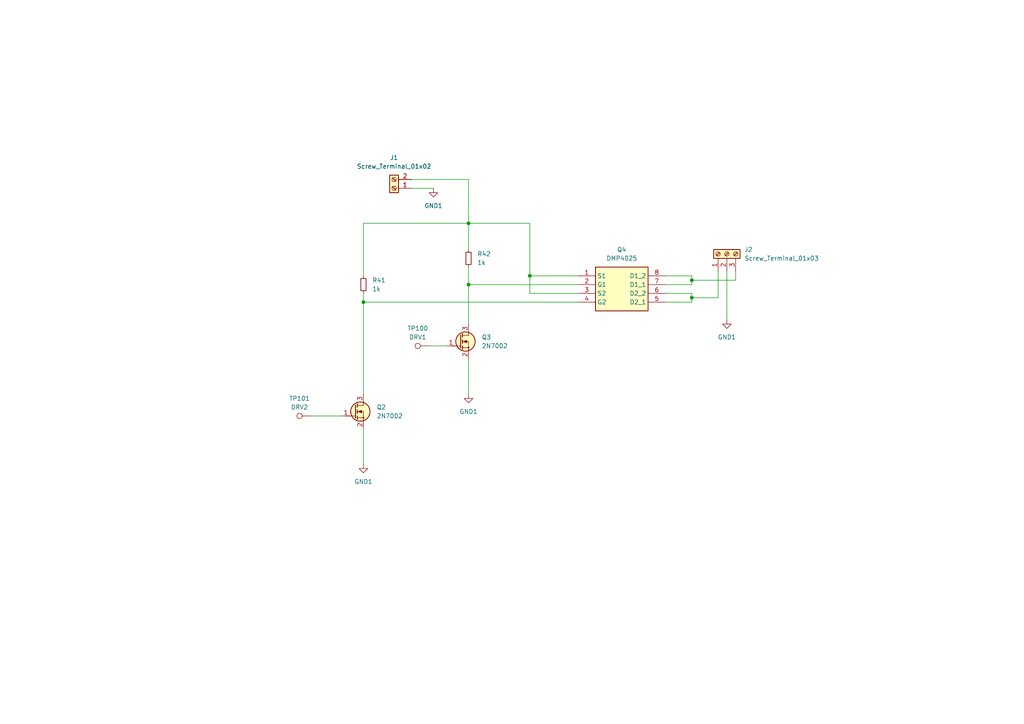
<source format=kicad_sch>
(kicad_sch (version 20230121) (generator eeschema)
  (paper "A4")
  (lib_symbols
    (symbol "Connector:Screw_Terminal_01x02" (pin_names (offset 1.016) hide)
      (property "Reference" "J" (at 0 2.54 0))
      (property "Value" "Screw_Terminal_01x02" (at 0 -5.08 0))
      (symbol "Screw_Terminal_01x02_1_1"
        (rectangle (start -1.27 1.27) (end 1.27 -3.81) (stroke (width 0.254)) (fill (type background)))
        (circle (center 0 -2.54) (radius 0.635) (stroke (width 0.1524)))
        (polyline (pts (xy -0.5334 -2.2098) (xy 0.3302 -3.048)) (stroke (width 0.1524)))
        (polyline (pts (xy -0.5334 0.3302) (xy 0.3302 -0.508)) (stroke (width 0.1524)))
        (polyline (pts (xy -0.3556 -2.032) (xy 0.508 -2.8702)) (stroke (width 0.1524)))
        (polyline (pts (xy -0.3556 0.508) (xy 0.508 -0.3302)) (stroke (width 0.1524)))
        (circle (center 0 0) (radius 0.635) (stroke (width 0.1524)))
        (pin passive line (at -5.08 0 0) (length 3.81) (name "Pin_1") (number "1"))
        (pin passive line (at -5.08 -2.54 0) (length 3.81) (name "Pin_2") (number "2"))
      )
    )
    (symbol "Connector:Screw_Terminal_01x03" (pin_names (offset 1.016) hide)
      (property "Reference" "J" (at 0 5.08 0))
      (property "Value" "Screw_Terminal_01x03" (at 0 -5.08 0))
      (symbol "Screw_Terminal_01x03_1_1"
        (rectangle (start -1.27 3.81) (end 1.27 -3.81) (stroke (width 0.254)) (fill (type background)))
        (circle (center 0 -2.54) (radius 0.635) (stroke (width 0.1524)))
        (polyline (pts (xy -0.5334 -2.2098) (xy 0.3302 -3.048)) (stroke (width 0.1524)))
        (polyline (pts (xy -0.5334 0.3302) (xy 0.3302 -0.508)) (stroke (width 0.1524)))
        (polyline (pts (xy -0.5334 2.8702) (xy 0.3302 2.032)) (stroke (width 0.1524)))
        (polyline (pts (xy -0.3556 -2.032) (xy 0.508 -2.8702)) (stroke (width 0.1524)))
        (polyline (pts (xy -0.3556 0.508) (xy 0.508 -0.3302)) (stroke (width 0.1524)))
        (polyline (pts (xy -0.3556 3.048) (xy 0.508 2.2098)) (stroke (width 0.1524)))
        (circle (center 0 0) (radius 0.635) (stroke (width 0.1524)))
        (circle (center 0 2.54) (radius 0.635) (stroke (width 0.1524)))
        (pin passive line (at -5.08 2.54 0) (length 3.81) (name "Pin_1") (number "1"))
        (pin passive line (at -5.08 0 0) (length 3.81) (name "Pin_2") (number "2"))
        (pin passive line (at -5.08 -2.54 0) (length 3.81) (name "Pin_3") (number "3"))
      )
    )
    (symbol "Connector:TestPoint" (pin_numbers hide) (pin_names (offset 0.762) hide)
      (property "Reference" "TP" (at 0 6.858 0))
      (property "Value" "TestPoint" (at 0 5.08 0))
      (symbol "TestPoint_0_1"
        (circle (center 0 3.302) (radius 0.762))
      )
      (symbol "TestPoint_1_1"
        (pin passive line (at 0 0 90) (length 2.54) (name "1") (number "1"))
      )
    )
    (symbol "DMP4025LSD-13:DMP4025LSD-13"
      (property "Reference" "Q" (at 21.59 7.62 0))
      (property "Value" "DMP4025LSD-13" (at 21.59 5.08 0))
      (symbol "DMP4025LSD-13_1_1"
        (rectangle (start 5.08 2.54) (end 20.32 -10.16) (stroke (width 0.254)) (fill (type background)))
        (pin passive line (at 0 0 0) (length 5.08) (name "S1") (number "1"))
        (pin passive line (at 0 -2.54 0) (length 5.08) (name "G1") (number "2"))
        (pin passive line (at 0 -5.08 0) (length 5.08) (name "S2") (number "3"))
        (pin passive line (at 0 -7.62 0) (length 5.08) (name "G2") (number "4"))
        (pin passive line (at 25.4 -7.62 180) (length 5.08) (name "D2_1") (number "5"))
        (pin passive line (at 25.4 -5.08 180) (length 5.08) (name "D2_2") (number "6"))
        (pin passive line (at 25.4 -2.54 180) (length 5.08) (name "D1_1") (number "7"))
        (pin passive line (at 25.4 0 180) (length 5.08) (name "D1_2") (number "8"))
      )
    )
    (symbol "Device:R_Small" (pin_numbers hide) (pin_names (offset 0.254) hide)
      (property "Reference" "R" (at 0.762 0.508 0))
      (property "Value" "R_Small" (at 0.762 -1.016 0))
      (symbol "R_Small_0_1"
        (rectangle (start -0.762 1.778) (end 0.762 -1.778) (stroke (width 0.2032)))
      )
      (symbol "R_Small_1_1"
        (pin passive line (at 0 2.54 270) (length 0.762) (name "~") (number "1"))
        (pin passive line (at 0 -2.54 90) (length 0.762) (name "~") (number "2"))
      )
    )
    (symbol "PCM_Transistor_MOSFET_AKL:2N7002" (pin_names hide)
      (property "Reference" "Q" (at 5.08 1.27 0))
      (property "Value" "2N7002" (at 5.08 -1.27 0))
      (symbol "2N7002_0_1"
        (polyline (pts (xy 0.254 -1.27) (xy -2.54 -1.27)))
        (polyline (pts (xy 0.254 1.905) (xy 0.254 -1.905)) (stroke (width 0.254)))
        (polyline (pts (xy 0.762 -1.778) (xy 2.54 -1.778)))
        (polyline (pts (xy 0.762 -1.27) (xy 0.762 -2.286)) (stroke (width 0.254)))
        (polyline (pts (xy 0.762 0.508) (xy 0.762 -0.508)) (stroke (width 0.254)))
        (polyline (pts (xy 0.762 2.286) (xy 0.762 1.27)) (stroke (width 0.254)))
        (polyline (pts (xy 2.54 1.778) (xy 0.762 1.778)))
        (polyline (pts (xy 2.54 2.54) (xy 2.54 1.778)))
        (polyline (pts (xy 2.54 -2.54) (xy 2.54 0) (xy 0.762 0)))
        (polyline (pts (xy 1.016 0) (xy 2.032 0.381) (xy 2.032 -0.381) (xy 1.016 0)) (fill (type outline)))
        (circle (center 1.651 0) (radius 2.794) (stroke (width 0.254)) (fill (type background)))
        (circle (center 2.54 -1.778) (radius 0.1778) (fill (type outline)))
      )
      (symbol "2N7002_1_1"
        (pin input line (at -3.81 -1.27 0) (length 2.54) (name "G") (number "1"))
        (pin passive line (at 2.54 -5.08 90) (length 2.54) (name "S") (number "2"))
        (pin passive line (at 2.54 5.08 270) (length 2.54) (name "D") (number "3"))
      )
    )
    (symbol "power:GND1" (power) (pin_names (offset 0))
      (property "Value" "GND1" (at 0 -3.81 0))
      (symbol "GND1_0_1"
        (polyline (pts (xy 0 0) (xy 0 -1.27) (xy 1.27 -1.27) (xy 0 -2.54) (xy -1.27 -1.27) (xy 0 -1.27)))
      )
      (symbol "GND1_1_1"
        (pin power_in line (at 0 0 270) (length 0) hide (name "GND1") (number "1"))
      )
    )
  )
  (junction (at 105.41 87.63))
  (junction (at 135.89 82.55))
  (junction (at 135.89 64.77))
  (junction (at 153.67 80.01))
  (junction (at 200.66 81.28))
  (junction (at 200.66 86.36))
  (wire (pts (xy 200.66 85.09) (xy 200.66 86.36)))
  (wire (pts (xy 135.89 52.07) (xy 135.89 64.77)))
  (wire (pts (xy 213.36 81.28) (xy 200.66 81.28)))
  (wire (pts (xy 135.89 104.14) (xy 135.89 114.3)))
  (wire (pts (xy 135.89 64.77) (xy 153.67 64.77)))
  (wire (pts (xy 167.64 80.01) (xy 153.67 80.01)))
  (wire (pts (xy 193.04 80.01) (xy 200.66 80.01)))
  (wire (pts (xy 208.28 78.74) (xy 208.28 86.36)))
  (wire (pts (xy 193.04 85.09) (xy 200.66 85.09)))
  (wire (pts (xy 208.28 86.36) (xy 200.66 86.36)))
  (wire (pts (xy 193.04 82.55) (xy 200.66 82.55)))
  (wire (pts (xy 105.41 64.77) (xy 135.89 64.77)))
  (wire (pts (xy 105.41 87.63) (xy 105.41 114.3)))
  (wire (pts (xy 124.46 100.33) (xy 129.54 100.33)))
  (wire (pts (xy 105.41 85.09) (xy 105.41 87.63)))
  (wire (pts (xy 153.67 80.01) (xy 153.67 64.77)))
  (wire (pts (xy 200.66 86.36) (xy 200.66 87.63)))
  (wire (pts (xy 193.04 87.63) (xy 200.66 87.63)))
  (wire (pts (xy 200.66 82.55) (xy 200.66 81.28)))
  (wire (pts (xy 90.17 120.65) (xy 99.06 120.65)))
  (wire (pts (xy 105.41 124.46) (xy 105.41 134.62)))
  (wire (pts (xy 213.36 78.74) (xy 213.36 81.28)))
  (wire (pts (xy 167.64 85.09) (xy 153.67 85.09)))
  (wire (pts (xy 105.41 87.63) (xy 167.64 87.63)))
  (wire (pts (xy 210.82 78.74) (xy 210.82 92.71)))
  (wire (pts (xy 135.89 52.07) (xy 119.38 52.07)))
  (wire (pts (xy 153.67 80.01) (xy 153.67 85.09)))
  (wire (pts (xy 135.89 82.55) (xy 167.64 82.55)))
  (wire (pts (xy 119.38 54.61) (xy 125.73 54.61)))
  (wire (pts (xy 200.66 81.28) (xy 200.66 80.01)))
  (wire (pts (xy 105.41 64.77) (xy 105.41 80.01)))
  (wire (pts (xy 135.89 72.39) (xy 135.89 64.77)))
  (wire (pts (xy 135.89 82.55) (xy 135.89 93.98)))
  (wire (pts (xy 135.89 77.47) (xy 135.89 82.55)))
  (symbol (lib_id "power:GND1") (at 125.73 54.61 0) (unit 1)
    (property "Reference" "#PWR010" (effects hide))
    (property "Value" "GND1" (at 125.73 59.69 0))
  )
  (symbol (lib_id "Device:R_Small") (at 135.89 74.93 0) (unit 1)
    (property "Reference" "R42" (at 138.43 73.66 0) (effects (justify left)))
    (property "Value" "1k" (at 138.43 76.2 0) (effects (justify left)))
    (property "Footprint" "testboard:R_1206_0805_3216Metric_Pad1.30x1.75mm_HandSolder_test" (effects hide))
  )
  (symbol (lib_id "PCM_Transistor_MOSFET_AKL:2N7002") (at 133.35 99.06 0) (unit 1)
    (property "Reference" "Q3" (at 139.7 97.79 0) (effects (justify left)))
    (property "Value" "2N7002" (at 139.7 100.33 0) (effects (justify left)))
    (property "Footprint" "Package_TO_SOT_SMD:SOT-23" (effects hide))
    (property "Datasheet" "https://www.tme.eu/Document/7df5cae36abdfcedddb681f5be886f05/2N7000.pdf" (effects hide))
  )
  (symbol (lib_id "DMP4025LSD-13:DMP4025LSD-13") (at 167.64 80.01 0) (unit 1)
    (property "Reference" "Q4" (at 180.34 72.39 0))
    (property "Value" "DMP4025" (at 180.34 74.93 0))
    (property "Footprint" "Package_SO:SOIC-8_5.23x5.23mm_P1.27mm" (effects hide))
    (property "Datasheet" "https://www.diodes.com//assets/Datasheets/products_inactive_data/DMP4025LSD.pdf" (effects hide))
    (property "Height" "1.75" (effects hide))
    (property "Mouser Part Number" "621-DMP4025LSD-13" (effects hide))
    (property "Mouser Price/Stock" "https://www.mouser.co.uk/ProductDetail/Diodes-Incorporated/DMP4025LSD-13?qs=gfe7vQ8txpWs%252BZpALpt3%252Bg%3D%3D" (effects hide))
    (property "Manufacturer_Name" "Diodes Incorporated" (effects hide))
    (property "Manufacturer_Part_Number" "DMP4025LSD-13" (effects hide))
  )
  (symbol (lib_id "Device:R_Small") (at 105.41 82.55 0) (unit 1)
    (property "Reference" "R41" (at 107.95 81.28 0) (effects (justify left)))
    (property "Value" "1k" (at 107.95 83.82 0) (effects (justify left)))
    (property "Footprint" "testboard:R_1206_0805_3216Metric_Pad1.30x1.75mm_HandSolder_test" (effects hide))
  )
  (symbol (lib_id "power:GND1") (at 210.82 92.71 0) (unit 1)
    (property "Reference" "#PWR015" (effects hide))
    (property "Value" "GND1" (at 210.82 97.79 0))
  )
  (symbol (lib_id "power:GND1") (at 105.41 134.62 0) (unit 1)
    (property "Reference" "#PWR014" (effects hide))
    (property "Value" "GND1" (at 105.41 139.7 0))
  )
  (symbol (lib_id "PCM_Transistor_MOSFET_AKL:2N7002") (at 102.87 119.38 0) (unit 1)
    (property "Reference" "Q2" (at 109.22 118.11 0) (effects (justify left)))
    (property "Value" "2N7002" (at 109.22 120.65 0) (effects (justify left)))
    (property "Footprint" "Package_TO_SOT_SMD:SOT-23" (effects hide))
    (property "Datasheet" "https://www.tme.eu/Document/7df5cae36abdfcedddb681f5be886f05/2N7000.pdf" (effects hide))
  )
  (symbol (lib_id "power:GND1") (at 135.89 114.3 0) (unit 1)
    (property "Reference" "#PWR011" (effects hide))
    (property "Value" "GND1" (at 135.89 119.38 0))
  )
  (symbol (lib_id "Connector:TestPoint") (at 124.46 100.33 90) (unit 1)
    (property "Reference" "TP100" (at 121.158 95.25 90))
    (property "Value" "DRV1" (at 121.158 97.79 90))
    (property "Footprint" "TestPoint:TestPoint_Pad_D2.0mm" (effects hide))
  )
  (symbol (lib_id "Connector:Screw_Terminal_01x02") (at 114.3 54.61 180) (unit 1)
    (property "Reference" "J1" (at 114.3 45.72 0))
    (property "Value" "Screw_Terminal_01x02" (at 114.3 48.26 0))
    (property "Footprint" "TerminalBlock:TerminalBlock_bornier-2_P5.08mm" (effects hide))
  )
  (symbol (lib_id "Connector:TestPoint") (at 90.17 120.65 90) (unit 1)
    (property "Reference" "TP101" (at 86.868 115.57 90))
    (property "Value" "DRV2" (at 86.868 118.11 90))
    (property "Footprint" "TestPoint:TestPoint_Pad_D2.0mm" (effects hide))
  )
  (symbol (lib_id "Connector:Screw_Terminal_01x03") (at 210.82 73.66 90) (unit 1)
    (property "Reference" "J2" (at 215.9 72.39 90) (effects (justify right)))
    (property "Value" "Screw_Terminal_01x03" (at 215.9 74.93 90) (effects (justify right)))
    (property "Footprint" "TerminalBlock:TerminalBlock_bornier-3_P5.08mm" (effects hide))
  )
)
</source>
